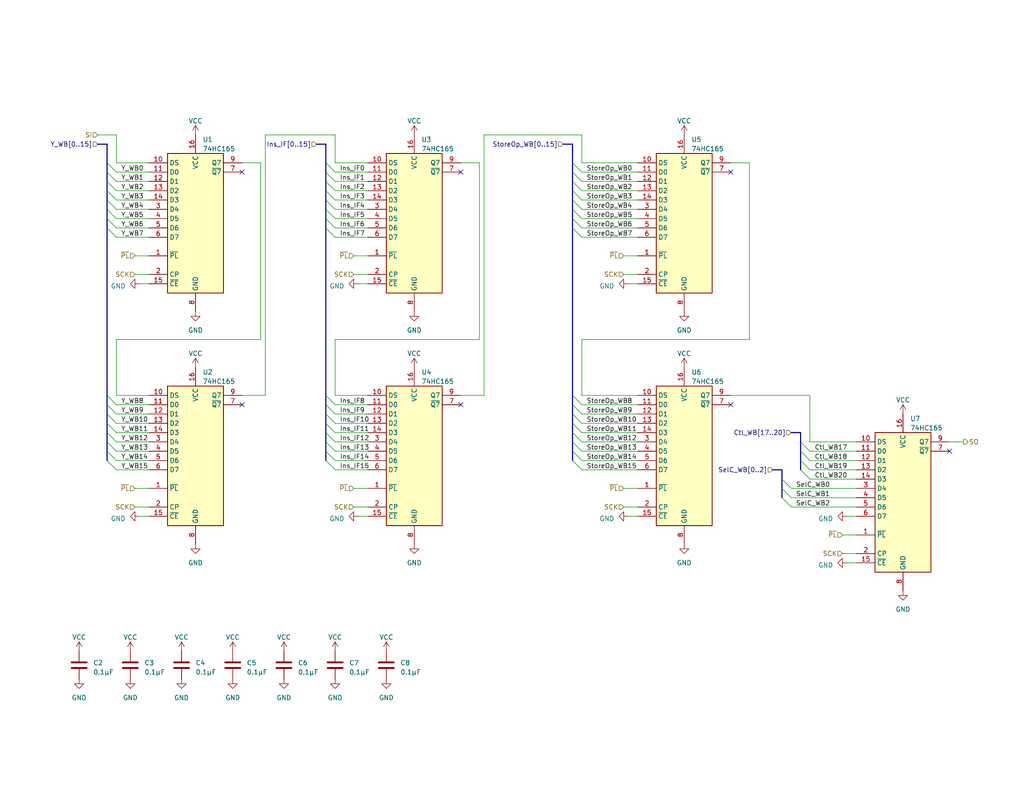
<source format=kicad_sch>
(kicad_sch (version 20230121) (generator eeschema)
  (paper "USLetter")
  (title_block (date "2023-03-20"))
  (lib_symbols
    (symbol "74xx:74HC165"
      (property "Reference" "U" (at -7.62 19.05 0))
      (property "Value" "74HC165" (at -7.62 -21.59 0))
      (symbol "74HC165_1_0"
        (pin input line (at -12.7 -10.16 0) (length 5.08) (name "~{PL}") (number "1"))
        (pin input line (at -12.7 15.24 0) (length 5.08) (name "DS") (number "10"))
        (pin input line (at -12.7 12.7 0) (length 5.08) (name "D0") (number "11"))
        (pin input line (at -12.7 10.16 0) (length 5.08) (name "D1") (number "12"))
        (pin input line (at -12.7 7.62 0) (length 5.08) (name "D2") (number "13"))
        (pin input line (at -12.7 5.08 0) (length 5.08) (name "D3") (number "14"))
        (pin input line (at -12.7 -17.78 0) (length 5.08) (name "~{CE}") (number "15"))
        (pin power_in line (at 0 22.86 270) (length 5.08) (name "VCC") (number "16"))
        (pin input line (at -12.7 -15.24 0) (length 5.08) (name "CP") (number "2"))
        (pin input line (at -12.7 2.54 0) (length 5.08) (name "D4") (number "3"))
        (pin input line (at -12.7 0 0) (length 5.08) (name "D5") (number "4"))
        (pin input line (at -12.7 -2.54 0) (length 5.08) (name "D6") (number "5"))
        (pin input line (at -12.7 -5.08 0) (length 5.08) (name "D7") (number "6"))
        (pin output line (at 12.7 12.7 180) (length 5.08) (name "~{Q7}") (number "7"))
        (pin power_in line (at 0 -25.4 90) (length 5.08) (name "GND") (number "8"))
        (pin output line (at 12.7 15.24 180) (length 5.08) (name "Q7") (number "9"))
      )
      (symbol "74HC165_1_1"
        (rectangle (start -7.62 17.78) (end 7.62 -20.32) (stroke (width 0.254)) (fill (type background)))
      )
    )
    (symbol "Device:C" (pin_numbers hide) (pin_names (offset 0.254))
      (property "Reference" "C" (at 0.635 2.54 0))
      (property "Value" "C" (at 0.635 -2.54 0))
      (symbol "C_0_1"
        (polyline (pts (xy -2.032 -0.762) (xy 2.032 -0.762)) (stroke (width 0.508)))
        (polyline (pts (xy -2.032 0.762) (xy 2.032 0.762)) (stroke (width 0.508)))
      )
      (symbol "C_1_1"
        (pin passive line (at 0 3.81 270) (length 2.794) (name "~") (number "1"))
        (pin passive line (at 0 -3.81 90) (length 2.794) (name "~") (number "2"))
      )
    )
    (symbol "power:GND" (power) (pin_names (offset 0))
      (property "Value" "GND" (at 0 -3.81 0))
      (symbol "GND_0_1"
        (polyline (pts (xy 0 0) (xy 0 -1.27) (xy 1.27 -1.27) (xy 0 -2.54) (xy -1.27 -1.27) (xy 0 -1.27)))
      )
      (symbol "GND_1_1"
        (pin power_in line (at 0 0 270) (length 0) hide (name "GND") (number "1"))
      )
    )
    (symbol "power:VCC" (power) (pin_names (offset 0))
      (property "Value" "VCC" (at 0 3.81 0))
      (symbol "VCC_0_1"
        (polyline (pts (xy -0.762 1.27) (xy 0 2.54)))
        (polyline (pts (xy 0 0) (xy 0 2.54)))
        (polyline (pts (xy 0 2.54) (xy 0.762 1.27)))
      )
      (symbol "VCC_1_1"
        (pin power_in line (at 0 0 90) (length 0) hide (name "VCC") (number "1"))
      )
    )
  )
  (no_connect (at 259.08 123.19))
  (no_connect (at 199.39 110.49))
  (no_connect (at 125.73 46.99))
  (no_connect (at 199.39 46.99))
  (no_connect (at 66.04 110.49))
  (no_connect (at 66.04 46.99))
  (no_connect (at 125.73 110.49))
  (bus_entry (at 29.21 120.65) (size 2.54 2.54))
  (bus_entry (at 88.9 44.45) (size 2.54 2.54))
  (bus_entry (at 88.9 118.11) (size 2.54 2.54))
  (bus_entry (at 88.9 110.49) (size 2.54 2.54))
  (bus_entry (at 218.44 125.73) (size 2.54 2.54))
  (bus_entry (at 88.9 62.23) (size 2.54 2.54))
  (bus_entry (at 29.21 49.53) (size 2.54 2.54))
  (bus_entry (at 88.9 107.95) (size 2.54 2.54))
  (bus_entry (at 218.44 120.65) (size 2.54 2.54))
  (bus_entry (at 88.9 59.69) (size 2.54 2.54))
  (bus_entry (at 213.36 130.81) (size 2.54 2.54))
  (bus_entry (at 29.21 123.19) (size 2.54 2.54))
  (bus_entry (at 213.36 135.89) (size 2.54 2.54))
  (bus_entry (at 156.21 52.07) (size 2.54 2.54))
  (bus_entry (at 29.21 59.69) (size 2.54 2.54))
  (bus_entry (at 88.9 52.07) (size 2.54 2.54))
  (bus_entry (at 156.21 107.95) (size 2.54 2.54))
  (bus_entry (at 29.21 44.45) (size 2.54 2.54))
  (bus_entry (at 88.9 123.19) (size 2.54 2.54))
  (bus_entry (at 156.21 115.57) (size 2.54 2.54))
  (bus_entry (at 156.21 46.99) (size 2.54 2.54))
  (bus_entry (at 156.21 49.53) (size 2.54 2.54))
  (bus_entry (at 29.21 113.03) (size 2.54 2.54))
  (bus_entry (at 29.21 57.15) (size 2.54 2.54))
  (bus_entry (at 156.21 125.73) (size 2.54 2.54))
  (bus_entry (at 88.9 113.03) (size 2.54 2.54))
  (bus_entry (at 156.21 110.49) (size 2.54 2.54))
  (bus_entry (at 29.21 110.49) (size 2.54 2.54))
  (bus_entry (at 29.21 118.11) (size 2.54 2.54))
  (bus_entry (at 29.21 107.95) (size 2.54 2.54))
  (bus_entry (at 88.9 120.65) (size 2.54 2.54))
  (bus_entry (at 156.21 62.23) (size 2.54 2.54))
  (bus_entry (at 156.21 113.03) (size 2.54 2.54))
  (bus_entry (at 156.21 57.15) (size 2.54 2.54))
  (bus_entry (at 88.9 115.57) (size 2.54 2.54))
  (bus_entry (at 29.21 115.57) (size 2.54 2.54))
  (bus_entry (at 29.21 54.61) (size 2.54 2.54))
  (bus_entry (at 156.21 44.45) (size 2.54 2.54))
  (bus_entry (at 29.21 125.73) (size 2.54 2.54))
  (bus_entry (at 29.21 46.99) (size 2.54 2.54))
  (bus_entry (at 88.9 46.99) (size 2.54 2.54))
  (bus_entry (at 88.9 54.61) (size 2.54 2.54))
  (bus_entry (at 156.21 123.19) (size 2.54 2.54))
  (bus_entry (at 88.9 125.73) (size 2.54 2.54))
  (bus_entry (at 156.21 59.69) (size 2.54 2.54))
  (bus_entry (at 156.21 54.61) (size 2.54 2.54))
  (bus_entry (at 213.36 133.35) (size 2.54 2.54))
  (bus_entry (at 88.9 57.15) (size 2.54 2.54))
  (bus_entry (at 88.9 49.53) (size 2.54 2.54))
  (bus_entry (at 29.21 52.07) (size 2.54 2.54))
  (bus_entry (at 218.44 128.27) (size 2.54 2.54))
  (bus_entry (at 29.21 62.23) (size 2.54 2.54))
  (bus_entry (at 218.44 123.19) (size 2.54 2.54))
  (bus_entry (at 156.21 120.65) (size 2.54 2.54))
  (bus_entry (at 156.21 118.11) (size 2.54 2.54))
  (bus (pts (xy 29.21 44.45) (xy 29.21 46.99)))
  (bus (pts (xy 156.21 120.65) (xy 156.21 123.19)))
  (bus (pts (xy 156.21 44.45) (xy 156.21 46.99)))
  (wire (pts (xy 91.44 115.57) (xy 100.33 115.57)))
  (wire (pts (xy 91.44 52.07) (xy 100.33 52.07)))
  (bus (pts (xy 29.21 46.99) (xy 29.21 49.53)))
  (bus (pts (xy 156.21 57.15) (xy 156.21 59.69)))
  (wire (pts (xy 158.75 110.49) (xy 173.99 110.49)))
  (bus (pts (xy 29.21 123.19) (xy 29.21 125.73)))
  (wire (pts (xy 158.75 115.57) (xy 173.99 115.57)))
  (wire (pts (xy 158.75 62.23) (xy 173.99 62.23)))
  (wire (pts (xy 91.44 128.27) (xy 100.33 128.27)))
  (bus (pts (xy 88.9 57.15) (xy 88.9 59.69)))
  (wire (pts (xy 38.1 140.97) (xy 40.64 140.97)))
  (bus (pts (xy 29.21 110.49) (xy 29.21 113.03)))
  (wire (pts (xy 220.98 130.81) (xy 233.68 130.81)))
  (bus (pts (xy 29.21 120.65) (xy 29.21 123.19)))
  (wire (pts (xy 36.83 138.43) (xy 40.64 138.43)))
  (bus (pts (xy 156.21 113.03) (xy 156.21 115.57)))
  (wire (pts (xy 31.75 46.99) (xy 40.64 46.99)))
  (wire (pts (xy 231.14 153.67) (xy 233.68 153.67)))
  (wire (pts (xy 91.44 92.71) (xy 91.44 107.95)))
  (wire (pts (xy 158.75 54.61) (xy 173.99 54.61)))
  (wire (pts (xy 31.75 44.45) (xy 40.64 44.45)))
  (bus (pts (xy 29.21 118.11) (xy 29.21 120.65)))
  (bus (pts (xy 29.21 54.61) (xy 29.21 57.15)))
  (wire (pts (xy 31.75 128.27) (xy 40.64 128.27)))
  (bus (pts (xy 29.21 62.23) (xy 29.21 107.95)))
  (bus (pts (xy 156.21 59.69) (xy 156.21 62.23)))
  (wire (pts (xy 36.83 133.35) (xy 40.64 133.35)))
  (bus (pts (xy 88.9 54.61) (xy 88.9 57.15)))
  (wire (pts (xy 158.75 125.73) (xy 173.99 125.73)))
  (wire (pts (xy 171.45 140.97) (xy 173.99 140.97)))
  (wire (pts (xy 199.39 44.45) (xy 204.47 44.45)))
  (wire (pts (xy 31.75 92.71) (xy 31.75 107.95)))
  (wire (pts (xy 204.47 92.71) (xy 158.75 92.71)))
  (wire (pts (xy 220.98 123.19) (xy 233.68 123.19)))
  (bus (pts (xy 88.9 49.53) (xy 88.9 52.07)))
  (wire (pts (xy 170.18 138.43) (xy 173.99 138.43)))
  (bus (pts (xy 88.9 118.11) (xy 88.9 120.65)))
  (wire (pts (xy 31.75 113.03) (xy 40.64 113.03)))
  (wire (pts (xy 199.39 107.95) (xy 220.98 107.95)))
  (wire (pts (xy 130.81 92.71) (xy 91.44 92.71)))
  (bus (pts (xy 210.82 128.27) (xy 213.36 128.27)))
  (bus (pts (xy 156.21 107.95) (xy 156.21 110.49)))
  (bus (pts (xy 88.9 113.03) (xy 88.9 115.57)))
  (wire (pts (xy 31.75 36.83) (xy 31.75 44.45)))
  (wire (pts (xy 220.98 128.27) (xy 233.68 128.27)))
  (bus (pts (xy 156.21 110.49) (xy 156.21 113.03)))
  (bus (pts (xy 213.36 133.35) (xy 213.36 135.89)))
  (wire (pts (xy 100.33 44.45) (xy 91.44 44.45)))
  (wire (pts (xy 125.73 44.45) (xy 130.81 44.45)))
  (wire (pts (xy 158.75 49.53) (xy 173.99 49.53)))
  (wire (pts (xy 91.44 123.19) (xy 100.33 123.19)))
  (wire (pts (xy 220.98 107.95) (xy 220.98 120.65)))
  (wire (pts (xy 170.18 74.93) (xy 173.99 74.93)))
  (wire (pts (xy 91.44 110.49) (xy 100.33 110.49)))
  (wire (pts (xy 158.75 123.19) (xy 173.99 123.19)))
  (wire (pts (xy 26.67 36.83) (xy 31.75 36.83)))
  (bus (pts (xy 88.9 115.57) (xy 88.9 118.11)))
  (bus (pts (xy 29.21 39.37) (xy 29.21 44.45)))
  (bus (pts (xy 156.21 118.11) (xy 156.21 120.65)))
  (wire (pts (xy 91.44 44.45) (xy 91.44 36.83)))
  (wire (pts (xy 72.39 36.83) (xy 72.39 107.95)))
  (wire (pts (xy 158.75 92.71) (xy 158.75 107.95)))
  (wire (pts (xy 31.75 57.15) (xy 40.64 57.15)))
  (wire (pts (xy 158.75 59.69) (xy 173.99 59.69)))
  (bus (pts (xy 29.21 107.95) (xy 29.21 110.49)))
  (bus (pts (xy 218.44 123.19) (xy 218.44 125.73)))
  (wire (pts (xy 91.44 59.69) (xy 100.33 59.69)))
  (wire (pts (xy 72.39 107.95) (xy 66.04 107.95)))
  (wire (pts (xy 36.83 74.93) (xy 40.64 74.93)))
  (bus (pts (xy 156.21 46.99) (xy 156.21 49.53)))
  (wire (pts (xy 233.68 120.65) (xy 220.98 120.65)))
  (bus (pts (xy 88.9 123.19) (xy 88.9 125.73)))
  (wire (pts (xy 170.18 69.85) (xy 173.99 69.85)))
  (wire (pts (xy 31.75 49.53) (xy 40.64 49.53)))
  (wire (pts (xy 158.75 107.95) (xy 173.99 107.95)))
  (wire (pts (xy 31.75 120.65) (xy 40.64 120.65)))
  (wire (pts (xy 158.75 118.11) (xy 173.99 118.11)))
  (wire (pts (xy 96.52 69.85) (xy 100.33 69.85)))
  (bus (pts (xy 29.21 59.69) (xy 29.21 62.23)))
  (wire (pts (xy 229.87 146.05) (xy 233.68 146.05)))
  (wire (pts (xy 38.1 77.47) (xy 40.64 77.47)))
  (wire (pts (xy 31.75 110.49) (xy 40.64 110.49)))
  (wire (pts (xy 158.75 128.27) (xy 173.99 128.27)))
  (wire (pts (xy 91.44 57.15) (xy 100.33 57.15)))
  (wire (pts (xy 158.75 52.07) (xy 173.99 52.07)))
  (wire (pts (xy 91.44 49.53) (xy 100.33 49.53)))
  (wire (pts (xy 220.98 125.73) (xy 233.68 125.73)))
  (wire (pts (xy 158.75 46.99) (xy 173.99 46.99)))
  (wire (pts (xy 259.08 120.65) (xy 262.89 120.65)))
  (wire (pts (xy 66.04 44.45) (xy 71.12 44.45)))
  (wire (pts (xy 91.44 120.65) (xy 100.33 120.65)))
  (wire (pts (xy 71.12 92.71) (xy 31.75 92.71)))
  (wire (pts (xy 91.44 62.23) (xy 100.33 62.23)))
  (wire (pts (xy 158.75 113.03) (xy 173.99 113.03)))
  (bus (pts (xy 88.9 107.95) (xy 88.9 110.49)))
  (bus (pts (xy 156.21 62.23) (xy 156.21 107.95)))
  (wire (pts (xy 125.73 107.95) (xy 132.08 107.95)))
  (bus (pts (xy 88.9 110.49) (xy 88.9 113.03)))
  (bus (pts (xy 88.9 52.07) (xy 88.9 54.61)))
  (bus (pts (xy 218.44 120.65) (xy 218.44 123.19)))
  (bus (pts (xy 156.21 39.37) (xy 156.21 44.45)))
  (wire (pts (xy 31.75 62.23) (xy 40.64 62.23)))
  (bus (pts (xy 29.21 115.57) (xy 29.21 118.11)))
  (wire (pts (xy 215.9 133.35) (xy 233.68 133.35)))
  (wire (pts (xy 96.52 74.93) (xy 100.33 74.93)))
  (bus (pts (xy 29.21 113.03) (xy 29.21 115.57)))
  (wire (pts (xy 215.9 135.89) (xy 233.68 135.89)))
  (wire (pts (xy 31.75 125.73) (xy 40.64 125.73)))
  (wire (pts (xy 91.44 125.73) (xy 100.33 125.73)))
  (bus (pts (xy 156.21 123.19) (xy 156.21 125.73)))
  (bus (pts (xy 218.44 118.11) (xy 218.44 120.65)))
  (wire (pts (xy 231.14 140.97) (xy 233.68 140.97)))
  (wire (pts (xy 91.44 36.83) (xy 72.39 36.83)))
  (bus (pts (xy 26.67 39.37) (xy 29.21 39.37)))
  (wire (pts (xy 91.44 46.99) (xy 100.33 46.99)))
  (bus (pts (xy 215.9 118.11) (xy 218.44 118.11)))
  (wire (pts (xy 31.75 118.11) (xy 40.64 118.11)))
  (bus (pts (xy 86.36 39.37) (xy 88.9 39.37)))
  (wire (pts (xy 31.75 52.07) (xy 40.64 52.07)))
  (wire (pts (xy 31.75 64.77) (xy 40.64 64.77)))
  (bus (pts (xy 88.9 120.65) (xy 88.9 123.19)))
  (wire (pts (xy 36.83 69.85) (xy 40.64 69.85)))
  (bus (pts (xy 153.67 39.37) (xy 156.21 39.37)))
  (wire (pts (xy 31.75 59.69) (xy 40.64 59.69)))
  (wire (pts (xy 31.75 123.19) (xy 40.64 123.19)))
  (wire (pts (xy 130.81 44.45) (xy 130.81 92.71)))
  (wire (pts (xy 132.08 36.83) (xy 158.75 36.83)))
  (wire (pts (xy 91.44 64.77) (xy 100.33 64.77)))
  (wire (pts (xy 132.08 107.95) (xy 132.08 36.83)))
  (bus (pts (xy 29.21 49.53) (xy 29.21 52.07)))
  (bus (pts (xy 218.44 125.73) (xy 218.44 128.27)))
  (wire (pts (xy 31.75 115.57) (xy 40.64 115.57)))
  (wire (pts (xy 158.75 120.65) (xy 173.99 120.65)))
  (wire (pts (xy 71.12 44.45) (xy 71.12 92.71)))
  (wire (pts (xy 204.47 44.45) (xy 204.47 92.71)))
  (bus (pts (xy 156.21 49.53) (xy 156.21 52.07)))
  (bus (pts (xy 156.21 52.07) (xy 156.21 54.61)))
  (wire (pts (xy 97.79 77.47) (xy 100.33 77.47)))
  (bus (pts (xy 88.9 44.45) (xy 88.9 46.99)))
  (wire (pts (xy 91.44 113.03) (xy 100.33 113.03)))
  (wire (pts (xy 158.75 36.83) (xy 158.75 44.45)))
  (bus (pts (xy 88.9 46.99) (xy 88.9 49.53)))
  (wire (pts (xy 171.45 77.47) (xy 173.99 77.47)))
  (wire (pts (xy 97.79 140.97) (xy 100.33 140.97)))
  (bus (pts (xy 88.9 62.23) (xy 88.9 107.95)))
  (wire (pts (xy 96.52 133.35) (xy 100.33 133.35)))
  (wire (pts (xy 31.75 107.95) (xy 40.64 107.95)))
  (bus (pts (xy 156.21 54.61) (xy 156.21 57.15)))
  (wire (pts (xy 215.9 138.43) (xy 233.68 138.43)))
  (wire (pts (xy 158.75 64.77) (xy 173.99 64.77)))
  (wire (pts (xy 229.87 151.13) (xy 233.68 151.13)))
  (wire (pts (xy 170.18 133.35) (xy 173.99 133.35)))
  (bus (pts (xy 213.36 130.81) (xy 213.36 133.35)))
  (wire (pts (xy 91.44 107.95) (xy 100.33 107.95)))
  (wire (pts (xy 91.44 118.11) (xy 100.33 118.11)))
  (wire (pts (xy 31.75 54.61) (xy 40.64 54.61)))
  (bus (pts (xy 213.36 128.27) (xy 213.36 130.81)))
  (bus (pts (xy 88.9 39.37) (xy 88.9 44.45)))
  (bus (pts (xy 88.9 59.69) (xy 88.9 62.23)))
  (bus (pts (xy 29.21 52.07) (xy 29.21 54.61)))
  (wire (pts (xy 158.75 57.15) (xy 173.99 57.15)))
  (wire (pts (xy 158.75 44.45) (xy 173.99 44.45)))
  (bus (pts (xy 29.21 57.15) (xy 29.21 59.69)))
  (wire (pts (xy 91.44 54.61) (xy 100.33 54.61)))
  (bus (pts (xy 156.21 115.57) (xy 156.21 118.11)))
  (wire (pts (xy 96.52 138.43) (xy 100.33 138.43)))
  (label "StoreOp_WB4" (at 160.02 57.15 0))
  (label "Ctl_WB18" (at 222.25 125.73 0))
  (label "StoreOp_WB3" (at 160.02 54.61 0))
  (label "StoreOp_WB7" (at 160.02 64.77 0))
  (label "Y_WB5" (at 33.02 59.69 0))
  (label "Y_WB2" (at 33.02 52.07 0))
  (label "Ins_IF5" (at 92.71 59.69 0))
  (label "Y_WB14" (at 33.02 125.73 0))
  (label "Y_WB8" (at 33.02 110.49 0))
  (label "StoreOp_WB11" (at 160.02 118.11 0))
  (label "Y_WB12" (at 33.02 120.65 0))
  (label "StoreOp_WB12" (at 160.02 120.65 0))
  (label "StoreOp_WB9" (at 160.02 113.03 0))
  (label "SelC_WB1" (at 217.17 135.89 0))
  (label "Ctl_WB19" (at 222.25 128.27 0))
  (label "StoreOp_WB0" (at 160.02 46.99 0))
  (label "StoreOp_WB10" (at 160.02 115.57 0))
  (label "Ins_IF14" (at 92.71 125.73 0))
  (label "Y_WB15" (at 33.02 128.27 0))
  (label "Ins_IF12" (at 92.71 120.65 0))
  (label "Y_WB4" (at 33.02 57.15 0))
  (label "Y_WB0" (at 33.02 46.99 0))
  (label "SelC_WB2" (at 217.17 138.43 0))
  (label "Y_WB3" (at 33.02 54.61 0))
  (label "Ctl_WB20" (at 222.25 130.81 0))
  (label "Y_WB11" (at 33.02 118.11 0))
  (label "Ins_IF10" (at 92.71 115.57 0))
  (label "StoreOp_WB5" (at 160.02 59.69 0))
  (label "Ins_IF0" (at 92.71 46.99 0))
  (label "StoreOp_WB2" (at 160.02 52.07 0))
  (label "StoreOp_WB8" (at 160.02 110.49 0))
  (label "Ins_IF11" (at 92.71 118.11 0))
  (label "Y_WB13" (at 33.02 123.19 0))
  (label "Y_WB9" (at 33.02 113.03 0))
  (label "StoreOp_WB13" (at 160.02 123.19 0))
  (label "StoreOp_WB15" (at 160.02 128.27 0))
  (label "Ins_IF3" (at 92.71 54.61 0))
  (label "Y_WB7" (at 33.02 64.77 0))
  (label "SelC_WB0" (at 217.17 133.35 0))
  (label "Ctl_WB17" (at 222.25 123.19 0))
  (label "Ins_IF8" (at 92.71 110.49 0))
  (label "Y_WB6" (at 33.02 62.23 0))
  (label "StoreOp_WB14" (at 160.02 125.73 0))
  (label "Ins_IF6" (at 92.71 62.23 0))
  (label "Ins_IF13" (at 92.71 123.19 0))
  (label "Y_WB1" (at 33.02 49.53 0))
  (label "Y_WB10" (at 33.02 115.57 0))
  (label "Ins_IF4" (at 92.71 57.15 0))
  (label "StoreOp_WB6" (at 160.02 62.23 0))
  (label "StoreOp_WB1" (at 160.02 49.53 0))
  (label "Ins_IF2" (at 92.71 52.07 0))
  (label "Ins_IF1" (at 92.71 49.53 0))
  (label "Ins_IF15" (at 92.71 128.27 0))
  (label "Ins_IF9" (at 92.71 113.03 0))
  (label "Ins_IF7" (at 92.71 64.77 0))
  (hierarchical_label "SCK" (shape input) (at 170.18 74.93 180))
  (hierarchical_label "Ins_IF[0..15]" (shape input) (at 86.36 39.37 180))
  (hierarchical_label "SCK" (shape input) (at 96.52 138.43 180))
  (hierarchical_label "~{PL}" (shape input) (at 229.87 146.05 180))
  (hierarchical_label "~{PL}" (shape input) (at 170.18 133.35 180))
  (hierarchical_label "~{PL}" (shape input) (at 96.52 69.85 180))
  (hierarchical_label "StoreOp_WB[0..15]" (shape input) (at 153.67 39.37 180))
  (hierarchical_label "Y_WB[0..15]" (shape input) (at 26.67 39.37 180))
  (hierarchical_label "~{PL}" (shape input) (at 36.83 133.35 180))
  (hierarchical_label "SelC_WB[0..2]" (shape input) (at 210.82 128.27 180))
  (hierarchical_label "SCK" (shape input) (at 96.52 74.93 180))
  (hierarchical_label "Ctl_WB[17..20]" (shape input) (at 215.9 118.11 180))
  (hierarchical_label "SCK" (shape input) (at 229.87 151.13 180))
  (hierarchical_label "~{PL}" (shape input) (at 96.52 133.35 180))
  (hierarchical_label "~{PL}" (shape input) (at 36.83 69.85 180))
  (hierarchical_label "SCK" (shape input) (at 36.83 74.93 180))
  (hierarchical_label "~{PL}" (shape input) (at 170.18 69.85 180))
  (hierarchical_label "SCK" (shape input) (at 36.83 138.43 180))
  (hierarchical_label "SCK" (shape input) (at 170.18 138.43 180))
  (hierarchical_label "SO" (shape output) (at 262.89 120.65 0))
  (hierarchical_label "SI" (shape input) (at 26.67 36.83 180))
  (symbol (lib_id "power:GND") (at 35.56 185.42 0) (unit 1)
    (property "Reference" "#PWR039" (effects hide))
    (property "Value" "GND" (at 35.56 190.5 0))
  )
  (symbol (lib_id "power:VCC") (at 246.38 113.03 0) (unit 1)
    (property "Reference" "#PWR070" (effects hide))
    (property "Value" "VCC" (at 246.38 109.22 0))
  )
  (symbol (lib_id "power:VCC") (at 53.34 100.33 0) (unit 1)
    (property "Reference" "#PWR046" (effects hide))
    (property "Value" "VCC" (at 53.34 96.52 0))
  )
  (symbol (lib_id "power:VCC") (at 91.44 177.8 0) (unit 1)
    (property "Reference" "#PWR052" (effects hide))
    (property "Value" "VCC" (at 91.44 173.99 0))
  )
  (symbol (lib_id "74xx:74HC165") (at 186.69 123.19 0) (unit 1)
    (property "Reference" "U6" (at 188.6459 101.6 0) (effects (justify left)))
    (property "Value" "74HC165" (at 188.6459 104.14 0) (effects (justify left)))
    (property "Footprint" "Package_SO:TSSOP-16_4.4x5mm_P0.65mm" (effects hide))
    (property "Datasheet" "https://assets.nexperia.com/documents/data-sheet/74HC_HCT165.pdf" (effects hide))
  )
  (symbol (lib_id "power:GND") (at 246.38 161.29 0) (unit 1)
    (property "Reference" "#PWR071" (effects hide))
    (property "Value" "GND" (at 246.38 166.37 0))
  )
  (symbol (lib_id "power:GND") (at 21.59 185.42 0) (unit 1)
    (property "Reference" "#PWR037" (effects hide))
    (property "Value" "GND" (at 21.59 190.5 0))
  )
  (symbol (lib_id "power:GND") (at 171.45 140.97 270) (unit 1)
    (property "Reference" "#PWR063" (effects hide))
    (property "Value" "GND" (at 167.64 141.605 90) (effects (justify right)))
  )
  (symbol (lib_id "power:VCC") (at 186.69 36.83 0) (unit 1)
    (property "Reference" "#PWR064" (effects hide))
    (property "Value" "VCC" (at 186.69 33.02 0))
  )
  (symbol (lib_id "power:GND") (at 38.1 140.97 270) (unit 1)
    (property "Reference" "#PWR041" (effects hide))
    (property "Value" "GND" (at 34.29 141.605 90) (effects (justify right)))
  )
  (symbol (lib_id "power:VCC") (at 21.59 177.8 0) (unit 1)
    (property "Reference" "#PWR036" (effects hide))
    (property "Value" "VCC" (at 21.59 173.99 0))
  )
  (symbol (lib_id "Device:C") (at 63.5 181.61 0) (unit 1)
    (property "Reference" "C5" (at 67.31 180.975 0) (effects (justify left)))
    (property "Value" "0.1µF" (at 67.31 183.515 0) (effects (justify left)))
    (property "Footprint" "Capacitor_SMD:C_0603_1608Metric" (effects hide))
    (property "Mouser" "https://www.mouser.com/ProductDetail/963-EMK107B7104KAHT" (effects hide))
  )
  (symbol (lib_id "Device:C") (at 77.47 181.61 0) (unit 1)
    (property "Reference" "C6" (at 81.28 180.975 0) (effects (justify left)))
    (property "Value" "0.1µF" (at 81.28 183.515 0) (effects (justify left)))
    (property "Footprint" "Capacitor_SMD:C_0603_1608Metric" (effects hide))
    (property "Mouser" "https://www.mouser.com/ProductDetail/963-EMK107B7104KAHT" (effects hide))
  )
  (symbol (lib_id "power:GND") (at 38.1 77.47 270) (unit 1)
    (property "Reference" "#PWR040" (effects hide))
    (property "Value" "GND" (at 34.29 78.105 90) (effects (justify right)))
  )
  (symbol (lib_id "power:VCC") (at 113.03 36.83 0) (unit 1)
    (property "Reference" "#PWR058" (effects hide))
    (property "Value" "VCC" (at 113.03 33.02 0))
  )
  (symbol (lib_id "power:GND") (at 231.14 153.67 270) (unit 1)
    (property "Reference" "#PWR069" (effects hide))
    (property "Value" "GND" (at 227.33 154.305 90) (effects (justify right)))
  )
  (symbol (lib_id "Device:C") (at 35.56 181.61 0) (unit 1)
    (property "Reference" "C3" (at 39.37 180.975 0) (effects (justify left)))
    (property "Value" "0.1µF" (at 39.37 183.515 0) (effects (justify left)))
    (property "Footprint" "Capacitor_SMD:C_0603_1608Metric" (effects hide))
    (property "Mouser" "https://www.mouser.com/ProductDetail/963-EMK107B7104KAHT" (effects hide))
  )
  (symbol (lib_id "power:GND") (at 113.03 85.09 0) (unit 1)
    (property "Reference" "#PWR059" (effects hide))
    (property "Value" "GND" (at 113.03 90.17 0))
  )
  (symbol (lib_id "power:GND") (at 91.44 185.42 0) (unit 1)
    (property "Reference" "#PWR053" (effects hide))
    (property "Value" "GND" (at 91.44 190.5 0))
  )
  (symbol (lib_id "power:GND") (at 186.69 148.59 0) (unit 1)
    (property "Reference" "#PWR067" (effects hide))
    (property "Value" "GND" (at 186.69 153.67 0))
  )
  (symbol (lib_id "power:GND") (at 49.53 185.42 0) (unit 1)
    (property "Reference" "#PWR043" (effects hide))
    (property "Value" "GND" (at 49.53 190.5 0))
  )
  (symbol (lib_id "Device:C") (at 91.44 181.61 0) (unit 1)
    (property "Reference" "C7" (at 95.25 180.975 0) (effects (justify left)))
    (property "Value" "0.1µF" (at 95.25 183.515 0) (effects (justify left)))
    (property "Footprint" "Capacitor_SMD:C_0603_1608Metric" (effects hide))
    (property "Mouser" "https://www.mouser.com/ProductDetail/963-EMK107B7104KAHT" (effects hide))
  )
  (symbol (lib_id "power:GND") (at 231.14 140.97 270) (unit 1)
    (property "Reference" "#PWR068" (effects hide))
    (property "Value" "GND" (at 227.33 141.605 90) (effects (justify right)))
  )
  (symbol (lib_id "power:GND") (at 113.03 148.59 0) (unit 1)
    (property "Reference" "#PWR061" (effects hide))
    (property "Value" "GND" (at 113.03 153.67 0))
  )
  (symbol (lib_id "power:VCC") (at 49.53 177.8 0) (unit 1)
    (property "Reference" "#PWR042" (effects hide))
    (property "Value" "VCC" (at 49.53 173.99 0))
  )
  (symbol (lib_id "power:GND") (at 53.34 148.59 0) (unit 1)
    (property "Reference" "#PWR047" (effects hide))
    (property "Value" "GND" (at 53.34 153.67 0))
  )
  (symbol (lib_id "power:GND") (at 186.69 85.09 0) (unit 1)
    (property "Reference" "#PWR065" (effects hide))
    (property "Value" "GND" (at 186.69 90.17 0))
  )
  (symbol (lib_id "power:VCC") (at 77.47 177.8 0) (unit 1)
    (property "Reference" "#PWR050" (effects hide))
    (property "Value" "VCC" (at 77.47 173.99 0))
  )
  (symbol (lib_id "power:VCC") (at 186.69 100.33 0) (unit 1)
    (property "Reference" "#PWR066" (effects hide))
    (property "Value" "VCC" (at 186.69 96.52 0))
  )
  (symbol (lib_id "74xx:74HC165") (at 186.69 59.69 0) (unit 1)
    (property "Reference" "U5" (at 188.6459 38.1 0) (effects (justify left)))
    (property "Value" "74HC165" (at 188.6459 40.64 0) (effects (justify left)))
    (property "Footprint" "Package_SO:TSSOP-16_4.4x5mm_P0.65mm" (effects hide))
    (property "Datasheet" "https://assets.nexperia.com/documents/data-sheet/74HC_HCT165.pdf" (effects hide))
  )
  (symbol (lib_id "power:GND") (at 97.79 77.47 270) (unit 1)
    (property "Reference" "#PWR054" (effects hide))
    (property "Value" "GND" (at 93.98 78.105 90) (effects (justify right)))
  )
  (symbol (lib_id "74xx:74HC165") (at 113.03 123.19 0) (unit 1)
    (property "Reference" "U4" (at 114.9859 101.6 0) (effects (justify left)))
    (property "Value" "74HC165" (at 114.9859 104.14 0) (effects (justify left)))
    (property "Footprint" "Package_SO:TSSOP-16_4.4x5mm_P0.65mm" (effects hide))
    (property "Datasheet" "https://assets.nexperia.com/documents/data-sheet/74HC_HCT165.pdf" (effects hide))
  )
  (symbol (lib_id "74xx:74HC165") (at 113.03 59.69 0) (unit 1)
    (property "Reference" "U3" (at 114.9859 38.1 0) (effects (justify left)))
    (property "Value" "74HC165" (at 114.9859 40.64 0) (effects (justify left)))
    (property "Footprint" "Package_SO:TSSOP-16_4.4x5mm_P0.65mm" (effects hide))
    (property "Datasheet" "https://assets.nexperia.com/documents/data-sheet/74HC_HCT165.pdf" (effects hide))
  )
  (symbol (lib_id "74xx:74HC165") (at 53.34 59.69 0) (unit 1)
    (property "Reference" "U1" (at 55.2959 38.1 0) (effects (justify left)))
    (property "Value" "74HC165" (at 55.2959 40.64 0) (effects (justify left)))
    (property "Footprint" "Package_SO:TSSOP-16_4.4x5mm_P0.65mm" (effects hide))
    (property "Datasheet" "https://assets.nexperia.com/documents/data-sheet/74HC_HCT165.pdf" (effects hide))
  )
  (symbol (lib_id "power:GND") (at 77.47 185.42 0) (unit 1)
    (property "Reference" "#PWR051" (effects hide))
    (property "Value" "GND" (at 77.47 190.5 0))
  )
  (symbol (lib_id "power:VCC") (at 105.41 177.8 0) (unit 1)
    (property "Reference" "#PWR056" (effects hide))
    (property "Value" "VCC" (at 105.41 173.99 0))
  )
  (symbol (lib_id "power:GND") (at 63.5 185.42 0) (unit 1)
    (property "Reference" "#PWR049" (effects hide))
    (property "Value" "GND" (at 63.5 190.5 0))
  )
  (symbol (lib_id "Device:C") (at 49.53 181.61 0) (unit 1)
    (property "Reference" "C4" (at 53.34 180.975 0) (effects (justify left)))
    (property "Value" "0.1µF" (at 53.34 183.515 0) (effects (justify left)))
    (property "Footprint" "Capacitor_SMD:C_0603_1608Metric" (effects hide))
    (property "Mouser" "https://www.mouser.com/ProductDetail/963-EMK107B7104KAHT" (effects hide))
  )
  (symbol (lib_id "power:GND") (at 97.79 140.97 270) (unit 1)
    (property "Reference" "#PWR055" (effects hide))
    (property "Value" "GND" (at 93.98 141.605 90) (effects (justify right)))
  )
  (symbol (lib_id "Device:C") (at 21.59 181.61 0) (unit 1)
    (property "Reference" "C2" (at 25.4 180.975 0) (effects (justify left)))
    (property "Value" "0.1µF" (at 25.4 183.515 0) (effects (justify left)))
    (property "Footprint" "Capacitor_SMD:C_0603_1608Metric" (effects hide))
    (property "Mouser" "https://www.mouser.com/ProductDetail/963-EMK107B7104KAHT" (effects hide))
  )
  (symbol (lib_id "power:VCC") (at 113.03 100.33 0) (unit 1)
    (property "Reference" "#PWR060" (effects hide))
    (property "Value" "VCC" (at 113.03 96.52 0))
  )
  (symbol (lib_id "Device:C") (at 105.41 181.61 0) (unit 1)
    (property "Reference" "C8" (at 109.22 180.975 0) (effects (justify left)))
    (property "Value" "0.1µF" (at 109.22 183.515 0) (effects (justify left)))
    (property "Footprint" "Capacitor_SMD:C_0603_1608Metric" (effects hide))
    (property "Mouser" "https://www.mouser.com/ProductDetail/963-EMK107B7104KAHT" (effects hide))
  )
  (symbol (lib_id "power:VCC") (at 53.34 36.83 0) (unit 1)
    (property "Reference" "#PWR044" (effects hide))
    (property "Value" "VCC" (at 53.34 33.02 0))
  )
  (symbol (lib_id "power:GND") (at 105.41 185.42 0) (unit 1)
    (property "Reference" "#PWR057" (effects hide))
    (property "Value" "GND" (at 105.41 190.5 0))
  )
  (symbol (lib_id "74xx:74HC165") (at 53.34 123.19 0) (unit 1)
    (property "Reference" "U2" (at 55.2959 101.6 0) (effects (justify left)))
    (property "Value" "74HC165" (at 55.2959 104.14 0) (effects (justify left)))
    (property "Footprint" "Package_SO:TSSOP-16_4.4x5mm_P0.65mm" (effects hide))
    (property "Datasheet" "https://assets.nexperia.com/documents/data-sheet/74HC_HCT165.pdf" (effects hide))
  )
  (symbol (lib_id "power:VCC") (at 63.5 177.8 0) (unit 1)
    (property "Reference" "#PWR048" (effects hide))
    (property "Value" "VCC" (at 63.5 173.99 0))
  )
  (symbol (lib_id "power:VCC") (at 35.56 177.8 0) (unit 1)
    (property "Reference" "#PWR038" (effects hide))
    (property "Value" "VCC" (at 35.56 173.99 0))
  )
  (symbol (lib_id "power:GND") (at 171.45 77.47 270) (unit 1)
    (property "Reference" "#PWR062" (effects hide))
    (property "Value" "GND" (at 167.64 78.105 90) (effects (justify right)))
  )
  (symbol (lib_id "power:GND") (at 53.34 85.09 0) (unit 1)
    (property "Reference" "#PWR045" (effects hide))
    (property "Value" "GND" (at 53.34 90.17 0))
  )
  (symbol (lib_id "74xx:74HC165") (at 246.38 135.89 0) (unit 1)
    (property "Reference" "U7" (at 248.3359 114.3 0) (effects (justify left)))
    (property "Value" "74HC165" (at 248.3359 116.84 0) (effects (justify left)))
    (property "Footprint" "Package_SO:TSSOP-16_4.4x5mm_P0.65mm" (effects hide))
    (property "Datasheet" "https://assets.nexperia.com/documents/data-sheet/74HC_HCT165.pdf" (effects hide))
  )
)
</source>
